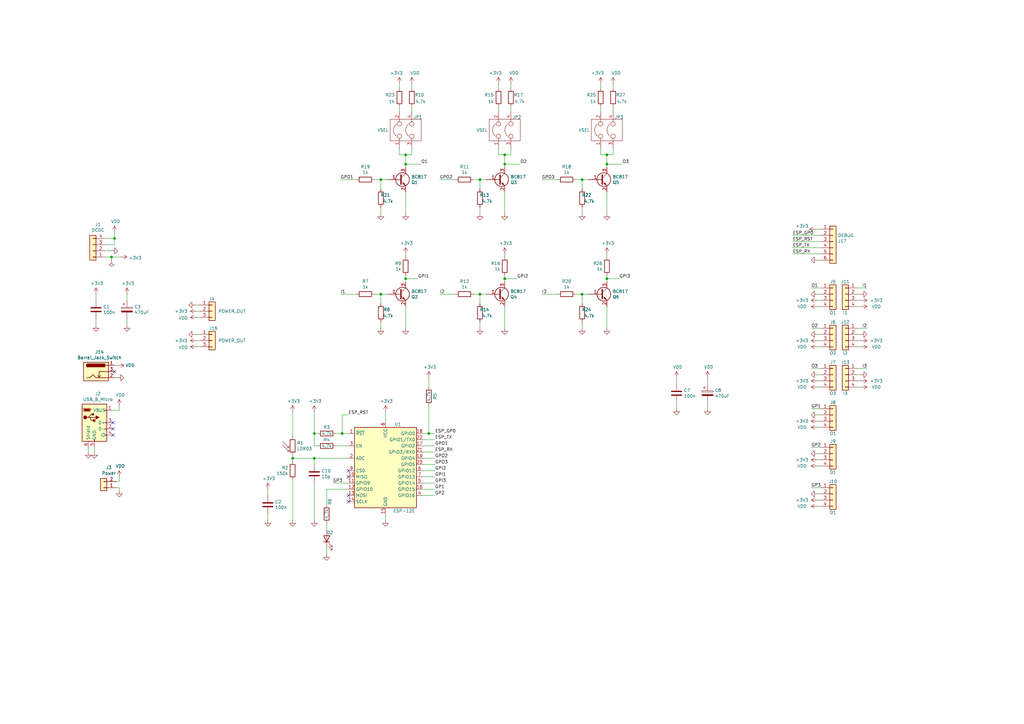
<source format=kicad_sch>
(kicad_sch (version 20200512) (host eeschema "(5.99.0-1804-g711fc999f)")
  (page 1 1)
  (paper "A3")
  (lib_symbols
    (symbol "Connector:Barrel_Jack_Switch" (pin_names (offset 0.508) hide)
      (property "Reference" "J" (at 0 5.334 0))
      (property "Value" "Barrel_Jack_Switch" (at 0 -5.08 0))
      (symbol "Barrel_Jack_Switch_1_1"
        (pin passive line (at 7.62 2.54 180) (length 2.54) (name "~") (number "1"))
        (pin passive line (at 7.62 -2.54 180) (length 2.54) (name "~") (number "2"))
        (pin passive line (at 7.62 0 180) (length 2.54) (name "~") (number "3"))
      )
    )
    (symbol "Connector:USB_B_Micro"
      (property "Reference" "J" (at -5.08 11.43 0))
      (property "Value" "USB_B_Micro" (at -5.08 8.89 0))
      (symbol "USB_B_Micro_1_1"
        (pin power_out line (at 7.62 5.08 180) (length 2.54) (name "VBUS") (number "1"))
        (pin passive line (at 7.62 -2.54 180) (length 2.54) (name "D-") (number "2"))
        (pin passive line (at 7.62 0 180) (length 2.54) (name "D+") (number "3"))
        (pin passive line (at 7.62 -5.08 180) (length 2.54) (name "ID") (number "4"))
        (pin power_out line (at 0 -10.16 90) (length 2.54) (name "GND") (number "5"))
        (pin passive line (at -2.54 -10.16 90) (length 2.54) (name "Shield") (number "6"))
      )
    )
    (symbol "Connector_Generic:Conn_01x02" (pin_names hide)
      (property "Reference" "J" (at 0 2.54 0))
      (property "Value" "Conn_01x02" (at 0 -5.08 0))
      (symbol "Conn_01x02_1_1"
        (pin passive line (at -5.08 0 0) (length 3.81) (name "Pin_1") (number "1"))
        (pin passive line (at -5.08 -2.54 0) (length 3.81) (name "Pin_2") (number "2"))
      )
    )
    (symbol "Connector_Generic:Conn_01x03" (pin_names hide)
      (property "Reference" "J" (at 0 5.08 0))
      (property "Value" "Conn_01x03" (at 0 -5.08 0))
      (symbol "Conn_01x03_1_1"
        (pin passive line (at -5.08 2.54 0) (length 3.81) (name "Pin_1") (number "1"))
        (pin passive line (at -5.08 0 0) (length 3.81) (name "Pin_2") (number "2"))
        (pin passive line (at -5.08 -2.54 0) (length 3.81) (name "Pin_3") (number "3"))
      )
    )
    (symbol "Connector_Generic:Conn_01x04" (pin_names hide)
      (property "Reference" "J" (at 0 5.08 0))
      (property "Value" "Conn_01x04" (at 0 -7.62 0))
      (symbol "Conn_01x04_1_1"
        (pin passive line (at -5.08 2.54 0) (length 3.81) (name "Pin_1") (number "1"))
        (pin passive line (at -5.08 0 0) (length 3.81) (name "Pin_2") (number "2"))
        (pin passive line (at -5.08 -2.54 0) (length 3.81) (name "Pin_3") (number "3"))
        (pin passive line (at -5.08 -5.08 0) (length 3.81) (name "Pin_4") (number "4"))
      )
    )
    (symbol "Connector_Generic:Conn_01x06" (pin_names hide)
      (property "Reference" "J" (at 0 7.62 0))
      (property "Value" "Conn_01x06" (at 0 -10.16 0))
      (symbol "Conn_01x06_1_1"
        (pin passive line (at -5.08 5.08 0) (length 3.81) (name "Pin_1") (number "1"))
        (pin passive line (at -5.08 2.54 0) (length 3.81) (name "Pin_2") (number "2"))
        (pin passive line (at -5.08 0 0) (length 3.81) (name "Pin_3") (number "3"))
        (pin passive line (at -5.08 -2.54 0) (length 3.81) (name "Pin_4") (number "4"))
        (pin passive line (at -5.08 -5.08 0) (length 3.81) (name "Pin_5") (number "5"))
        (pin passive line (at -5.08 -7.62 0) (length 3.81) (name "Pin_6") (number "6"))
      )
    )
    (symbol "Device:C" (pin_numbers hide) (pin_names (offset 0.254))
      (property "Reference" "C" (at 0.635 2.54 0))
      (property "Value" "C" (at 0.635 -2.54 0))
      (symbol "C_1_1"
        (pin passive line (at 0 3.81 270) (length 2.794) (name "~") (number "1"))
        (pin passive line (at 0 -3.81 90) (length 2.794) (name "~") (number "2"))
      )
    )
    (symbol "Device:CP" (pin_numbers hide) (pin_names (offset 0.254))
      (property "Reference" "C" (at 0.635 2.54 0))
      (property "Value" "CP" (at 0.635 -2.54 0))
      (symbol "CP_1_1"
        (pin passive line (at 0 3.81 270) (length 2.794) (name "~") (number "1"))
        (pin passive line (at 0 -3.81 90) (length 2.794) (name "~") (number "2"))
      )
    )
    (symbol "Device:LED" (pin_numbers hide) (pin_names hide)
      (property "Reference" "D" (at 0 2.54 0))
      (property "Value" "LED" (at 0 -2.54 0))
      (symbol "LED_1_1"
        (pin passive line (at -3.81 0 0) (length 2.54) (name "K") (number "1"))
        (pin passive line (at 3.81 0 180) (length 2.54) (name "A") (number "2"))
      )
    )
    (symbol "Device:R" (pin_numbers hide) (pin_names (offset 0))
      (property "Reference" "R" (at 2.032 0 90))
      (property "Value" "R" (at 0 0 90))
      (symbol "R_1_1"
        (pin passive line (at 0 3.81 270) (length 1.27) (name "~") (number "1"))
        (pin passive line (at 0 -3.81 90) (length 1.27) (name "~") (number "2"))
      )
    )
    (symbol "RF_Module:ESP-12E" (pin_names (offset 0.508))
      (property "Reference" "U" (at -12.7 19.05 0))
      (property "Value" "ESP-12E" (at 12.7 19.05 0))
      (symbol "ESP-12E_1_1"
        (pin input line (at -15.24 15.24 0) (length 2.54) (name "~RST") (number "1"))
        (pin bidirectional line (at -15.24 -2.54 0) (length 2.54) (name "MISO") (number "10"))
        (pin bidirectional line (at -15.24 -5.08 0) (length 2.54) (name "GPIO9") (number "11"))
        (pin bidirectional line (at -15.24 -7.62 0) (length 2.54) (name "GPIO10") (number "12"))
        (pin bidirectional line (at -15.24 -10.16 0) (length 2.54) (name "MOSI") (number "13"))
        (pin bidirectional line (at -15.24 -12.7 0) (length 2.54) (name "SCLK") (number "14"))
        (pin power_in line (at 0 -17.78 90) (length 2.54) (name "GND") (number "15"))
        (pin bidirectional line (at 15.24 -7.62 180) (length 2.54) (name "GPIO15") (number "16"))
        (pin bidirectional line (at 15.24 10.16 180) (length 2.54) (name "GPIO2") (number "17"))
        (pin bidirectional line (at 15.24 15.24 180) (length 2.54) (name "GPIO0") (number "18"))
        (pin bidirectional line (at 15.24 5.08 180) (length 2.54) (name "GPIO4") (number "19"))
        (pin input line (at -15.24 5.08 0) (length 2.54) (name "ADC") (number "2"))
        (pin bidirectional line (at 15.24 2.54 180) (length 2.54) (name "GPIO5") (number "20"))
        (pin bidirectional line (at 15.24 7.62 180) (length 2.54) (name "GPIO3/RXD") (number "21"))
        (pin bidirectional line (at 15.24 12.7 180) (length 2.54) (name "GPIO1/TXD") (number "22"))
        (pin input line (at -15.24 10.16 0) (length 2.54) (name "EN") (number "3"))
        (pin bidirectional line (at 15.24 -10.16 180) (length 2.54) (name "GPIO16") (number "4"))
        (pin bidirectional line (at 15.24 -5.08 180) (length 2.54) (name "GPIO14") (number "5"))
        (pin bidirectional line (at 15.24 0 180) (length 2.54) (name "GPIO12") (number "6"))
        (pin bidirectional line (at 15.24 -2.54 180) (length 2.54) (name "GPIO13") (number "7"))
        (pin power_in line (at 0 20.32 270) (length 2.54) (name "VCC") (number "8"))
        (pin input line (at -15.24 0 0) (length 2.54) (name "CS0") (number "9"))
      )
    )
    (symbol "Sensor_Optical:LDR03" (pin_numbers hide) (pin_names (offset 0))
      (property "Reference" "R" (at -5.08 0 90))
      (property "Value" "LDR03" (at 1.905 0 90))
      (symbol "LDR03_1_1"
        (pin passive line (at 0 3.81 270) (length 1.27) (name "~") (number "1"))
        (pin passive line (at 0 -3.81 90) (length 1.27) (name "~") (number "2"))
      )
    )
    (symbol "Transistor_BJT:BC817" (pin_names (offset 0) hide)
      (property "Reference" "Q" (at 5.08 1.905 0))
      (property "Value" "BC817" (at 5.08 0 0))
      (symbol "BC817_1_1"
        (pin input line (at -5.08 0 0) (length 5.715) (name "B") (number "1"))
        (pin passive line (at 2.54 -5.08 90) (length 2.54) (name "E") (number "2"))
        (pin passive line (at 2.54 5.08 270) (length 2.54) (name "C") (number "3"))
      )
    )
    (symbol "jumpers:Jumper_Dual" (pin_names (offset 0.762) hide)
      (property "Reference" "JP" (at 0 7.62 0))
      (property "Value" "Jumper_Dual" (at 0 -7.62 0))
      (symbol "Jumper_Dual_0_1"
        (pin passive line (at -7.62 2.54 0) (length 4.191) (name "1") (number "1"))
        (pin passive line (at 7.62 2.54 180) (length 4.191) (name "2") (number "2"))
        (pin passive line (at -7.62 -2.54 0) (length 4.191) (name "3") (number "3"))
        (pin passive line (at 7.62 -2.54 180) (length 4.191) (name "4") (number "4"))
      )
    )
    (symbol "power:+3.3V" (power) (pin_names (offset 0))
      (property "Value" "+3.3V" (at 0 3.556 0))
      (symbol "+3.3V_1_1"
        (pin power_in line (at 0 0 90) (length 0) (name "+3V3") (number "1") hide)
      )
    )
    (symbol "power:GND" (power) (pin_names (offset 0))
      (property "Value" "GND" (at 0 -3.81 0))
      (symbol "GND_1_1"
        (pin power_in line (at 0 0 270) (length 0) (name "GND") (number "1") hide)
      )
    )
    (symbol "power:PWR_FLAG" (power) (pin_numbers hide) (pin_names (offset 0) hide)
      (property "Value" "PWR_FLAG" (at 0 3.81 0))
      (symbol "PWR_FLAG_0_0"
        (pin power_out line (at 0 0 90) (length 0) (name "pwr") (number "1"))
      )
    )
    (symbol "power:VDD" (power) (pin_names (offset 0))
      (property "Value" "VDD" (at 0 3.81 0))
      (symbol "VDD_1_1"
        (pin power_in line (at 0 0 90) (length 0) (name "VDD") (number "1") hide)
      )
    )
  )
  (junction (at 45.72 105.41))
  (junction (at 46.99 97.79))
  (junction (at 120.015 187.96))
  (junction (at 128.905 177.8))
  (junction (at 128.905 187.96))
  (junction (at 140.335 177.8))
  (junction (at 156.21 73.66))
  (junction (at 156.21 120.65))
  (junction (at 166.37 63.5))
  (junction (at 166.37 67.31))
  (junction (at 166.37 114.3))
  (junction (at 175.895 177.8))
  (junction (at 196.85 73.66))
  (junction (at 196.85 120.65))
  (junction (at 207.01 63.5))
  (junction (at 207.01 67.31))
  (junction (at 207.01 114.3))
  (junction (at 238.76 73.66))
  (junction (at 238.76 120.65))
  (junction (at 248.92 63.5))
  (junction (at 248.92 67.31))
  (junction (at 248.92 114.3))
  (no_connect (at 142.875 203.2))
  (no_connect (at 142.875 195.58))
  (no_connect (at 46.355 173.355))
  (no_connect (at 142.875 193.04))
  (no_connect (at 46.355 175.895))
  (no_connect (at 142.875 205.74))
  (no_connect (at 46.99 152.4))
  (no_connect (at 46.355 178.435))
  (wire (pts (xy 36.195 185.42) (xy 36.195 183.515)))
  (wire (pts (xy 38.735 185.42) (xy 38.735 183.515)))
  (wire (pts (xy 39.37 123.19) (xy 39.37 120.65)))
  (wire (pts (xy 39.37 133.35) (xy 39.37 130.81)))
  (wire (pts (xy 43.18 97.79) (xy 46.99 97.79)))
  (wire (pts (xy 45.72 102.87) (xy 43.18 102.87)))
  (wire (pts (xy 45.72 105.41) (xy 43.18 105.41)))
  (wire (pts (xy 45.72 106.68) (xy 45.72 105.41)))
  (wire (pts (xy 46.99 95.25) (xy 46.99 97.79)))
  (wire (pts (xy 46.99 97.79) (xy 46.99 100.33)))
  (wire (pts (xy 46.99 100.33) (xy 43.18 100.33)))
  (wire (pts (xy 46.99 149.86) (xy 48.26 149.86)))
  (wire (pts (xy 46.99 154.94) (xy 48.26 154.94)))
  (wire (pts (xy 48.895 166.37) (xy 48.895 168.275)))
  (wire (pts (xy 48.895 168.275) (xy 46.355 168.275)))
  (wire (pts (xy 48.895 195.58) (xy 48.895 197.485)))
  (wire (pts (xy 48.895 197.485) (xy 47.625 197.485)))
  (wire (pts (xy 48.895 200.025) (xy 47.625 200.025)))
  (wire (pts (xy 48.895 201.295) (xy 48.895 200.025)))
  (wire (pts (xy 49.53 105.41) (xy 45.72 105.41)))
  (wire (pts (xy 52.07 120.65) (xy 52.07 123.19)))
  (wire (pts (xy 52.07 133.35) (xy 52.07 130.81)))
  (wire (pts (xy 80.01 125.095) (xy 81.915 125.095)))
  (wire (pts (xy 80.01 137.16) (xy 81.915 137.16)))
  (wire (pts (xy 80.645 127.635) (xy 81.915 127.635)))
  (wire (pts (xy 80.645 139.7) (xy 81.915 139.7)))
  (wire (pts (xy 81.915 130.175) (xy 80.645 130.175)))
  (wire (pts (xy 81.915 142.24) (xy 80.645 142.24)))
  (wire (pts (xy 109.855 203.2) (xy 109.855 200.66)))
  (wire (pts (xy 109.855 213.36) (xy 109.855 210.82)))
  (wire (pts (xy 120.015 168.91) (xy 120.015 179.07)))
  (wire (pts (xy 120.015 187.96) (xy 120.015 186.69)))
  (wire (pts (xy 120.015 189.23) (xy 120.015 187.96)))
  (wire (pts (xy 120.015 213.36) (xy 120.015 196.85)))
  (wire (pts (xy 128.905 177.8) (xy 128.905 168.91)))
  (wire (pts (xy 128.905 182.88) (xy 128.905 177.8)))
  (wire (pts (xy 128.905 187.96) (xy 120.015 187.96)))
  (wire (pts (xy 128.905 190.5) (xy 128.905 187.96)))
  (wire (pts (xy 128.905 213.36) (xy 128.905 198.12)))
  (wire (pts (xy 130.175 177.8) (xy 128.905 177.8)))
  (wire (pts (xy 130.175 182.88) (xy 128.905 182.88)))
  (wire (pts (xy 133.985 200.66) (xy 142.875 200.66)))
  (wire (pts (xy 133.985 207.01) (xy 133.985 200.66)))
  (wire (pts (xy 133.985 217.17) (xy 133.985 214.63)))
  (wire (pts (xy 133.985 227.33) (xy 133.985 224.79)))
  (wire (pts (xy 137.795 177.8) (xy 140.335 177.8)))
  (wire (pts (xy 137.795 182.88) (xy 142.875 182.88)))
  (wire (pts (xy 140.335 170.18) (xy 140.335 177.8)))
  (wire (pts (xy 140.335 177.8) (xy 142.875 177.8)))
  (wire (pts (xy 142.875 170.18) (xy 140.335 170.18)))
  (wire (pts (xy 142.875 187.96) (xy 128.905 187.96)))
  (wire (pts (xy 142.875 198.12) (xy 136.525 198.12)))
  (wire (pts (xy 146.05 73.66) (xy 139.7 73.66)))
  (wire (pts (xy 146.05 120.65) (xy 139.7 120.65)))
  (wire (pts (xy 153.67 73.66) (xy 156.21 73.66)))
  (wire (pts (xy 153.67 120.65) (xy 156.21 120.65)))
  (wire (pts (xy 156.21 73.66) (xy 158.75 73.66)))
  (wire (pts (xy 156.21 77.47) (xy 156.21 73.66)))
  (wire (pts (xy 156.21 87.63) (xy 156.21 85.09)))
  (wire (pts (xy 156.21 120.65) (xy 158.75 120.65)))
  (wire (pts (xy 156.21 124.46) (xy 156.21 120.65)))
  (wire (pts (xy 156.21 134.62) (xy 156.21 132.08)))
  (wire (pts (xy 158.115 168.91) (xy 158.115 172.72)))
  (wire (pts (xy 158.115 213.36) (xy 158.115 210.82)))
  (wire (pts (xy 163.83 34.29) (xy 163.83 36.195)))
  (wire (pts (xy 163.83 43.815) (xy 163.83 45.72)))
  (wire (pts (xy 163.83 60.96) (xy 163.83 63.5)))
  (wire (pts (xy 163.83 63.5) (xy 166.37 63.5)))
  (wire (pts (xy 166.37 63.5) (xy 166.37 67.31)))
  (wire (pts (xy 166.37 63.5) (xy 168.91 63.5)))
  (wire (pts (xy 166.37 67.31) (xy 166.37 68.58)))
  (wire (pts (xy 166.37 67.31) (xy 172.72 67.31)))
  (wire (pts (xy 166.37 87.63) (xy 166.37 78.74)))
  (wire (pts (xy 166.37 104.14) (xy 166.37 105.41)))
  (wire (pts (xy 166.37 114.3) (xy 166.37 113.03)))
  (wire (pts (xy 166.37 114.3) (xy 171.45 114.3)))
  (wire (pts (xy 166.37 115.57) (xy 166.37 114.3)))
  (wire (pts (xy 166.37 134.62) (xy 166.37 125.73)))
  (wire (pts (xy 168.91 34.29) (xy 168.91 36.195)))
  (wire (pts (xy 168.91 43.815) (xy 168.91 45.72)))
  (wire (pts (xy 168.91 63.5) (xy 168.91 60.96)))
  (wire (pts (xy 173.355 177.8) (xy 175.895 177.8)))
  (wire (pts (xy 173.355 182.88) (xy 178.435 182.88)))
  (wire (pts (xy 173.355 187.96) (xy 178.435 187.96)))
  (wire (pts (xy 173.355 190.5) (xy 178.435 190.5)))
  (wire (pts (xy 173.355 193.04) (xy 178.435 193.04)))
  (wire (pts (xy 173.355 195.58) (xy 178.435 195.58)))
  (wire (pts (xy 173.355 198.12) (xy 178.435 198.12)))
  (wire (pts (xy 173.355 200.66) (xy 178.435 200.66)))
  (wire (pts (xy 173.355 203.2) (xy 178.435 203.2)))
  (wire (pts (xy 175.895 154.94) (xy 175.895 158.75)))
  (wire (pts (xy 175.895 166.37) (xy 175.895 177.8)))
  (wire (pts (xy 175.895 177.8) (xy 178.435 177.8)))
  (wire (pts (xy 178.435 180.34) (xy 173.355 180.34)))
  (wire (pts (xy 178.435 185.42) (xy 173.355 185.42)))
  (wire (pts (xy 186.69 73.66) (xy 180.34 73.66)))
  (wire (pts (xy 186.69 120.65) (xy 180.34 120.65)))
  (wire (pts (xy 194.31 73.66) (xy 196.85 73.66)))
  (wire (pts (xy 194.31 120.65) (xy 196.85 120.65)))
  (wire (pts (xy 196.85 73.66) (xy 199.39 73.66)))
  (wire (pts (xy 196.85 77.47) (xy 196.85 73.66)))
  (wire (pts (xy 196.85 87.63) (xy 196.85 85.09)))
  (wire (pts (xy 196.85 120.65) (xy 199.39 120.65)))
  (wire (pts (xy 196.85 124.46) (xy 196.85 120.65)))
  (wire (pts (xy 196.85 134.62) (xy 196.85 132.08)))
  (wire (pts (xy 204.47 34.29) (xy 204.47 36.195)))
  (wire (pts (xy 204.47 43.815) (xy 204.47 45.72)))
  (wire (pts (xy 204.47 60.96) (xy 204.47 63.5)))
  (wire (pts (xy 204.47 63.5) (xy 207.01 63.5)))
  (wire (pts (xy 207.01 63.5) (xy 207.01 67.31)))
  (wire (pts (xy 207.01 63.5) (xy 209.55 63.5)))
  (wire (pts (xy 207.01 67.31) (xy 207.01 68.58)))
  (wire (pts (xy 207.01 67.31) (xy 213.36 67.31)))
  (wire (pts (xy 207.01 87.63) (xy 207.01 78.74)))
  (wire (pts (xy 207.01 104.14) (xy 207.01 105.41)))
  (wire (pts (xy 207.01 114.3) (xy 207.01 113.03)))
  (wire (pts (xy 207.01 114.3) (xy 212.09 114.3)))
  (wire (pts (xy 207.01 115.57) (xy 207.01 114.3)))
  (wire (pts (xy 207.01 134.62) (xy 207.01 125.73)))
  (wire (pts (xy 209.55 34.29) (xy 209.55 36.195)))
  (wire (pts (xy 209.55 43.815) (xy 209.55 45.72)))
  (wire (pts (xy 209.55 63.5) (xy 209.55 60.96)))
  (wire (pts (xy 228.6 73.66) (xy 222.25 73.66)))
  (wire (pts (xy 228.6 120.65) (xy 222.25 120.65)))
  (wire (pts (xy 236.22 73.66) (xy 238.76 73.66)))
  (wire (pts (xy 236.22 120.65) (xy 238.76 120.65)))
  (wire (pts (xy 238.76 73.66) (xy 241.3 73.66)))
  (wire (pts (xy 238.76 77.47) (xy 238.76 73.66)))
  (wire (pts (xy 238.76 87.63) (xy 238.76 85.09)))
  (wire (pts (xy 238.76 120.65) (xy 241.3 120.65)))
  (wire (pts (xy 238.76 124.46) (xy 238.76 120.65)))
  (wire (pts (xy 238.76 134.62) (xy 238.76 132.08)))
  (wire (pts (xy 246.38 34.29) (xy 246.38 36.195)))
  (wire (pts (xy 246.38 43.815) (xy 246.38 45.72)))
  (wire (pts (xy 246.38 60.96) (xy 246.38 63.5)))
  (wire (pts (xy 246.38 63.5) (xy 248.92 63.5)))
  (wire (pts (xy 248.92 63.5) (xy 248.92 67.31)))
  (wire (pts (xy 248.92 63.5) (xy 251.46 63.5)))
  (wire (pts (xy 248.92 67.31) (xy 248.92 68.58)))
  (wire (pts (xy 248.92 67.31) (xy 255.27 67.31)))
  (wire (pts (xy 248.92 87.63) (xy 248.92 78.74)))
  (wire (pts (xy 248.92 104.14) (xy 248.92 105.41)))
  (wire (pts (xy 248.92 114.3) (xy 248.92 113.03)))
  (wire (pts (xy 248.92 114.3) (xy 254 114.3)))
  (wire (pts (xy 248.92 115.57) (xy 248.92 114.3)))
  (wire (pts (xy 248.92 134.62) (xy 248.92 125.73)))
  (wire (pts (xy 251.46 34.29) (xy 251.46 36.195)))
  (wire (pts (xy 251.46 43.815) (xy 251.46 45.72)))
  (wire (pts (xy 251.46 63.5) (xy 251.46 60.96)))
  (wire (pts (xy 277.495 157.48) (xy 277.495 154.94)))
  (wire (pts (xy 277.495 167.64) (xy 277.495 165.1)))
  (wire (pts (xy 290.195 154.94) (xy 290.195 157.48)))
  (wire (pts (xy 290.195 167.64) (xy 290.195 165.1)))
  (wire (pts (xy 325.12 96.52) (xy 336.55 96.52)))
  (wire (pts (xy 325.12 99.06) (xy 336.55 99.06)))
  (wire (pts (xy 332.74 118.11) (xy 336.55 118.11)))
  (wire (pts (xy 332.74 134.62) (xy 336.55 134.62)))
  (wire (pts (xy 332.74 151.13) (xy 336.55 151.13)))
  (wire (pts (xy 332.74 167.64) (xy 336.55 167.64)))
  (wire (pts (xy 332.74 183.515) (xy 336.55 183.515)))
  (wire (pts (xy 332.74 200.025) (xy 336.55 200.025)))
  (wire (pts (xy 334.645 93.98) (xy 336.55 93.98)))
  (wire (pts (xy 335.28 106.68) (xy 336.55 106.68)))
  (wire (pts (xy 335.28 120.65) (xy 336.55 120.65)))
  (wire (pts (xy 335.28 123.19) (xy 336.55 123.19)))
  (wire (pts (xy 335.28 125.73) (xy 336.55 125.73)))
  (wire (pts (xy 335.28 137.16) (xy 336.55 137.16)))
  (wire (pts (xy 335.28 139.7) (xy 336.55 139.7)))
  (wire (pts (xy 335.28 142.24) (xy 336.55 142.24)))
  (wire (pts (xy 335.28 153.67) (xy 336.55 153.67)))
  (wire (pts (xy 335.28 156.21) (xy 336.55 156.21)))
  (wire (pts (xy 335.28 158.75) (xy 336.55 158.75)))
  (wire (pts (xy 335.28 170.18) (xy 336.55 170.18)))
  (wire (pts (xy 335.28 175.26) (xy 336.55 175.26)))
  (wire (pts (xy 335.28 186.055) (xy 336.55 186.055)))
  (wire (pts (xy 335.28 191.135) (xy 336.55 191.135)))
  (wire (pts (xy 335.28 202.565) (xy 336.55 202.565)))
  (wire (pts (xy 335.28 207.645) (xy 336.55 207.645)))
  (wire (pts (xy 336.55 101.6) (xy 325.12 101.6)))
  (wire (pts (xy 336.55 104.14) (xy 325.12 104.14)))
  (wire (pts (xy 336.55 172.72) (xy 335.28 172.72)))
  (wire (pts (xy 336.55 188.595) (xy 335.28 188.595)))
  (wire (pts (xy 336.55 205.105) (xy 335.28 205.105)))
  (wire (pts (xy 353.06 120.65) (xy 351.79 120.65)))
  (wire (pts (xy 353.06 123.19) (xy 351.79 123.19)))
  (wire (pts (xy 353.06 125.73) (xy 351.79 125.73)))
  (wire (pts (xy 353.06 137.16) (xy 351.79 137.16)))
  (wire (pts (xy 353.06 139.7) (xy 351.79 139.7)))
  (wire (pts (xy 353.06 142.24) (xy 351.79 142.24)))
  (wire (pts (xy 353.06 153.67) (xy 351.79 153.67)))
  (wire (pts (xy 353.06 156.21) (xy 351.79 156.21)))
  (wire (pts (xy 353.06 158.75) (xy 351.79 158.75)))
  (wire (pts (xy 355.6 118.11) (xy 351.79 118.11)))
  (wire (pts (xy 355.6 134.62) (xy 351.79 134.62)))
  (wire (pts (xy 355.6 151.13) (xy 351.79 151.13)))
  (label "GP3" (at 136.525 198.12 0))
  (label "GPO1" (at 139.7 73.66 0))
  (label "I1" (at 139.7 120.65 0))
  (label "ESP_RST" (at 142.875 170.18 0))
  (label "GPI1" (at 171.45 114.3 0))
  (label "O1" (at 172.72 67.31 0))
  (label "ESP_GP0" (at 178.435 177.8 0))
  (label "ESP_TX" (at 178.435 180.34 0))
  (label "GPO1" (at 178.435 182.88 0))
  (label "ESP_RX" (at 178.435 185.42 0))
  (label "GPO2" (at 178.435 187.96 0))
  (label "GPO3" (at 178.435 190.5 0))
  (label "GPI2" (at 178.435 193.04 0))
  (label "GPI1" (at 178.435 195.58 0))
  (label "GPI3" (at 178.435 198.12 0))
  (label "GP1" (at 178.435 200.66 0))
  (label "GP2" (at 178.435 203.2 0))
  (label "GPO2" (at 180.34 73.66 0))
  (label "I2" (at 180.34 120.65 0))
  (label "GPI2" (at 212.09 114.3 0))
  (label "O2" (at 213.36 67.31 0))
  (label "GPO3" (at 222.25 73.66 0))
  (label "I3" (at 222.25 120.65 0))
  (label "GPI3" (at 254 114.3 0))
  (label "O3" (at 255.27 67.31 0))
  (label "ESP_GP0" (at 325.12 96.52 0))
  (label "ESP_RST" (at 325.12 99.06 0))
  (label "ESP_TX" (at 325.12 101.6 0))
  (label "ESP_RX" (at 325.12 104.14 0))
  (label "O1" (at 332.74 118.11 0))
  (label "O2" (at 332.74 134.62 0))
  (label "O3" (at 332.74 151.13 0))
  (label "GP1" (at 332.74 167.64 0))
  (label "GP2" (at 332.74 183.515 0))
  (label "GP3" (at 332.74 200.025 0))
  (label "I1" (at 355.6 118.11 180))
  (label "I2" (at 355.6 134.62 180))
  (label "I3" (at 355.6 151.13 180))
  (symbol (lib_id "power:PWR_FLAG") (at 45.72 106.68 180) (unit 1)
    (property "Reference" "#FLG01" (effects hide))
    (property "Value" "PWR_FLAG" (effects hide))
  )
  (symbol (lib_id "power:+3.3V") (at 39.37 120.65 0) (unit 1)
    (property "Reference" "#PWR01" (effects hide))
    (property "Value" "+3.3V" (at 39.751 116.2558 0))
  )
  (symbol (lib_id "power:VDD") (at 46.99 95.25 0) (unit 1)
    (property "Reference" "#PWR0112" (effects hide))
    (property "Value" "VDD" (at 47.4218 90.8558 0))
  )
  (symbol (lib_id "power:VDD") (at 48.26 149.86 270) (unit 1)
    (property "Reference" "#PWR04" (effects hide))
    (property "Value" "VDD" (at 53.34 149.86 90))
  )
  (symbol (lib_id "power:VDD") (at 48.895 166.37 0) (unit 1)
    (property "Reference" "#PWR0153" (effects hide))
    (property "Value" "VDD" (at 49.3268 161.9758 0))
  )
  (symbol (lib_id "power:VDD") (at 48.895 195.58 0) (unit 1)
    (property "Reference" "#PWR0155" (effects hide))
    (property "Value" "VDD" (at 49.3268 191.1858 0))
  )
  (symbol (lib_id "power:+3.3V") (at 49.53 105.41 270) (unit 1)
    (property "Reference" "#PWR05" (effects hide))
    (property "Value" "+3.3V" (at 52.7812 105.791 90) (effects (justify left)))
  )
  (symbol (lib_id "power:+3.3V") (at 52.07 120.65 0) (unit 1)
    (property "Reference" "#PWR08" (effects hide))
    (property "Value" "+3.3V" (at 52.451 116.2558 0))
  )
  (symbol (lib_id "power:+3.3V") (at 80.645 127.635 90) (unit 1)
    (property "Reference" "#PWR0156" (effects hide))
    (property "Value" "+3.3V" (at 74.295 127.635 90))
  )
  (symbol (lib_id "power:VDD") (at 80.645 130.175 90) (unit 1)
    (property "Reference" "#PWR0159" (effects hide))
    (property "Value" "VDD" (at 75.184 130.429 90))
  )
  (symbol (lib_id "power:+3.3V") (at 80.645 139.7 90) (unit 1)
    (property "Reference" "#PWR0161" (effects hide))
    (property "Value" "+3.3V" (at 74.295 139.7 90))
  )
  (symbol (lib_id "power:VDD") (at 80.645 142.24 90) (unit 1)
    (property "Reference" "#PWR0164" (effects hide))
    (property "Value" "VDD" (at 75.184 142.494 90))
  )
  (symbol (lib_id "power:+3.3V") (at 109.855 200.66 0) (unit 1)
    (property "Reference" "#PWR06" (effects hide))
    (property "Value" "+3.3V" (at 110.236 196.2658 0))
  )
  (symbol (lib_id "power:+3.3V") (at 120.015 168.91 0) (unit 1)
    (property "Reference" "#PWR010" (effects hide))
    (property "Value" "+3.3V" (at 120.396 164.5158 0))
  )
  (symbol (lib_id "power:+3.3V") (at 128.905 168.91 0) (unit 1)
    (property "Reference" "#PWR013" (effects hide))
    (property "Value" "+3.3V" (at 129.286 164.5158 0))
  )
  (symbol (lib_id "power:+3.3V") (at 158.115 168.91 0) (unit 1)
    (property "Reference" "#PWR015" (effects hide))
    (property "Value" "+3.3V" (at 158.496 164.5158 0))
  )
  (symbol (lib_id "power:+3.3V") (at 163.83 34.29 0) (unit 1)
    (property "Reference" "#PWR0102" (effects hide))
    (property "Value" "+3.3V" (at 162.56 29.9466 0))
  )
  (symbol (lib_id "power:+3.3V") (at 166.37 104.14 0) (unit 1)
    (property "Reference" "#PWR0105" (effects hide))
    (property "Value" "+3.3V" (at 166.751 99.7458 0))
  )
  (symbol (lib_id "power:VDD") (at 168.91 34.29 0) (unit 1)
    (property "Reference" "#PWR0114" (effects hide))
    (property "Value" "VDD" (at 170.18 29.9466 0))
  )
  (symbol (lib_id "power:+3.3V") (at 175.895 154.94 0) (unit 1)
    (property "Reference" "#PWR0117" (effects hide))
    (property "Value" "+3.3V" (at 176.276 150.5458 0))
  )
  (symbol (lib_id "power:+3.3V") (at 204.47 34.29 0) (unit 1)
    (property "Reference" "#PWR0119" (effects hide))
    (property "Value" "+3.3V" (at 203.2 29.9466 0))
  )
  (symbol (lib_id "power:+3.3V") (at 207.01 104.14 0) (unit 1)
    (property "Reference" "#PWR0122" (effects hide))
    (property "Value" "+3.3V" (at 207.391 99.7458 0))
  )
  (symbol (lib_id "power:VDD") (at 209.55 34.29 0) (unit 1)
    (property "Reference" "#PWR0120" (effects hide))
    (property "Value" "VDD" (at 210.82 29.9466 0))
  )
  (symbol (lib_id "power:+3.3V") (at 246.38 34.29 0) (unit 1)
    (property "Reference" "#PWR0101" (effects hide))
    (property "Value" "+3.3V" (at 245.11 29.9466 0))
  )
  (symbol (lib_id "power:+3.3V") (at 248.92 104.14 0) (unit 1)
    (property "Reference" "#PWR0127" (effects hide))
    (property "Value" "+3.3V" (at 249.301 99.7458 0))
  )
  (symbol (lib_id "power:VDD") (at 251.46 34.29 0) (unit 1)
    (property "Reference" "#PWR0115" (effects hide))
    (property "Value" "VDD" (at 252.73 29.9466 0))
  )
  (symbol (lib_id "power:VDD") (at 277.495 154.94 0) (unit 1)
    (property "Reference" "#PWR0110" (effects hide))
    (property "Value" "VDD" (at 277.9268 150.5458 0))
  )
  (symbol (lib_id "power:VDD") (at 290.195 154.94 0) (unit 1)
    (property "Reference" "#PWR0111" (effects hide))
    (property "Value" "VDD" (at 290.6268 150.5458 0))
  )
  (symbol (lib_id "power:+3.3V") (at 334.645 93.98 90) (unit 1)
    (property "Reference" "#PWR0150" (effects hide))
    (property "Value" "+3.3V" (at 328.93 92.71 90))
  )
  (symbol (lib_id "power:+3.3V") (at 335.28 123.19 90) (unit 1)
    (property "Reference" "#PWR0137" (effects hide))
    (property "Value" "+3.3V" (at 328.93 123.19 90))
  )
  (symbol (lib_id "power:VDD") (at 335.28 125.73 90) (unit 1)
    (property "Reference" "#PWR0142" (effects hide))
    (property "Value" "VDD" (at 328.93 125.73 90))
  )
  (symbol (lib_id "power:+3.3V") (at 335.28 139.7 90) (unit 1)
    (property "Reference" "#PWR0136" (effects hide))
    (property "Value" "+3.3V" (at 328.93 139.7 90))
  )
  (symbol (lib_id "power:VDD") (at 335.28 142.24 90) (unit 1)
    (property "Reference" "#PWR0134" (effects hide))
    (property "Value" "VDD" (at 328.93 142.24 90))
  )
  (symbol (lib_id "power:+3.3V") (at 335.28 156.21 90) (unit 1)
    (property "Reference" "#PWR0107" (effects hide))
    (property "Value" "+3.3V" (at 328.93 156.21 90))
  )
  (symbol (lib_id "power:VDD") (at 335.28 158.75 90) (unit 1)
    (property "Reference" "#PWR0108" (effects hide))
    (property "Value" "VDD" (at 328.93 158.75 90))
  )
  (symbol (lib_id "power:+3.3V") (at 335.28 172.72 90) (unit 1)
    (property "Reference" "#PWR0143" (effects hide))
    (property "Value" "+3.3V" (at 328.93 172.72 90))
  )
  (symbol (lib_id "power:VDD") (at 335.28 175.26 90) (unit 1)
    (property "Reference" "#PWR0157" (effects hide))
    (property "Value" "VDD" (at 328.93 175.26 90))
  )
  (symbol (lib_id "power:+3.3V") (at 335.28 188.595 90) (unit 1)
    (property "Reference" "#PWR0145" (effects hide))
    (property "Value" "+3.3V" (at 328.93 188.595 90))
  )
  (symbol (lib_id "power:VDD") (at 335.28 191.135 90) (unit 1)
    (property "Reference" "#PWR0160" (effects hide))
    (property "Value" "VDD" (at 328.93 191.135 90))
  )
  (symbol (lib_id "power:+3.3V") (at 335.28 205.105 90) (unit 1)
    (property "Reference" "#PWR0147" (effects hide))
    (property "Value" "+3.3V" (at 328.93 205.105 90))
  )
  (symbol (lib_id "power:VDD") (at 335.28 207.645 90) (unit 1)
    (property "Reference" "#PWR0163" (effects hide))
    (property "Value" "VDD" (at 328.93 207.645 90))
  )
  (symbol (lib_id "power:+3.3V") (at 353.06 123.19 270) (mirror x) (unit 1)
    (property "Reference" "#PWR0140" (effects hide))
    (property "Value" "+3.3V" (at 359.41 123.19 90))
  )
  (symbol (lib_id "power:VDD") (at 353.06 125.73 270) (mirror x) (unit 1)
    (property "Reference" "#PWR0141" (effects hide))
    (property "Value" "VDD" (at 359.41 125.73 90))
  )
  (symbol (lib_id "power:+3.3V") (at 353.06 139.7 270) (mirror x) (unit 1)
    (property "Reference" "#PWR0135" (effects hide))
    (property "Value" "+3.3V" (at 359.41 139.7 90))
  )
  (symbol (lib_id "power:VDD") (at 353.06 142.24 270) (mirror x) (unit 1)
    (property "Reference" "#PWR0133" (effects hide))
    (property "Value" "VDD" (at 359.41 142.24 90))
  )
  (symbol (lib_id "power:+3.3V") (at 353.06 156.21 270) (mirror x) (unit 1)
    (property "Reference" "#PWR0130" (effects hide))
    (property "Value" "+3.3V" (at 359.41 156.21 90))
  )
  (symbol (lib_id "power:VDD") (at 353.06 158.75 270) (mirror x) (unit 1)
    (property "Reference" "#PWR0129" (effects hide))
    (property "Value" "VDD" (at 359.41 158.75 90))
  )
  (symbol (lib_id "power:GND") (at 36.195 185.42 0) (unit 1)
    (property "Reference" "#PWR0151" (effects hide))
    (property "Value" "GND" (effects hide))
  )
  (symbol (lib_id "power:GND") (at 38.735 185.42 0) (unit 1)
    (property "Reference" "#PWR0152" (effects hide))
    (property "Value" "GND" (effects hide))
  )
  (symbol (lib_id "power:GND") (at 39.37 133.35 0) (unit 1)
    (property "Reference" "#PWR02" (effects hide))
    (property "Value" "GND" (effects hide))
  )
  (symbol (lib_id "power:GND") (at 45.72 102.87 90) (unit 1)
    (property "Reference" "#PWR03" (effects hide))
    (property "Value" "GND" (effects hide))
  )
  (symbol (lib_id "power:GND") (at 48.26 154.94 90) (unit 1)
    (property "Reference" "#PWR012" (effects hide))
    (property "Value" "GND" (effects hide))
  )
  (symbol (lib_id "power:GND") (at 48.895 201.295 0) (unit 1)
    (property "Reference" "#PWR0154" (effects hide))
    (property "Value" "GND" (effects hide))
  )
  (symbol (lib_id "power:GND") (at 52.07 133.35 0) (unit 1)
    (property "Reference" "#PWR09" (effects hide))
    (property "Value" "GND" (effects hide))
  )
  (symbol (lib_id "power:GND") (at 80.01 125.095 270) (unit 1)
    (property "Reference" "#PWR0158" (effects hide))
    (property "Value" "GND" (effects hide))
  )
  (symbol (lib_id "power:GND") (at 80.01 137.16 270) (unit 1)
    (property "Reference" "#PWR0162" (effects hide))
    (property "Value" "GND" (effects hide))
  )
  (symbol (lib_id "power:GND") (at 109.855 213.36 0) (unit 1)
    (property "Reference" "#PWR07" (effects hide))
    (property "Value" "GND" (effects hide))
  )
  (symbol (lib_id "power:GND") (at 120.015 213.36 0) (unit 1)
    (property "Reference" "#PWR011" (effects hide))
    (property "Value" "GND" (effects hide))
  )
  (symbol (lib_id "power:GND") (at 128.905 213.36 0) (unit 1)
    (property "Reference" "#PWR0116" (effects hide))
    (property "Value" "GND" (effects hide))
  )
  (symbol (lib_id "power:GND") (at 133.985 227.33 0) (unit 1)
    (property "Reference" "#PWR014" (effects hide))
    (property "Value" "GND" (effects hide))
  )
  (symbol (lib_id "power:GND") (at 156.21 87.63 0) (unit 1)
    (property "Reference" "#PWR057" (effects hide))
    (property "Value" "GND" (effects hide))
  )
  (symbol (lib_id "power:GND") (at 156.21 134.62 0) (unit 1)
    (property "Reference" "#PWR0104" (effects hide))
    (property "Value" "GND" (effects hide))
  )
  (symbol (lib_id "power:GND") (at 158.115 213.36 0) (unit 1)
    (property "Reference" "#PWR016" (effects hide))
    (property "Value" "GND" (effects hide))
  )
  (symbol (lib_id "power:GND") (at 166.37 87.63 0) (unit 1)
    (property "Reference" "#PWR061" (effects hide))
    (property "Value" "GND" (effects hide))
  )
  (symbol (lib_id "power:GND") (at 166.37 134.62 0) (unit 1)
    (property "Reference" "#PWR0103" (effects hide))
    (property "Value" "GND" (effects hide))
  )
  (symbol (lib_id "power:GND") (at 196.85 87.63 0) (unit 1)
    (property "Reference" "#PWR0113" (effects hide))
    (property "Value" "GND" (effects hide))
  )
  (symbol (lib_id "power:GND") (at 196.85 134.62 0) (unit 1)
    (property "Reference" "#PWR0124" (effects hide))
    (property "Value" "GND" (effects hide))
  )
  (symbol (lib_id "power:GND") (at 207.01 87.63 0) (unit 1)
    (property "Reference" "#PWR0109" (effects hide))
    (property "Value" "GND" (effects hide))
  )
  (symbol (lib_id "power:GND") (at 207.01 134.62 0) (unit 1)
    (property "Reference" "#PWR0123" (effects hide))
    (property "Value" "GND" (effects hide))
  )
  (symbol (lib_id "power:GND") (at 238.76 87.63 0) (unit 1)
    (property "Reference" "#PWR0121" (effects hide))
    (property "Value" "GND" (effects hide))
  )
  (symbol (lib_id "power:GND") (at 238.76 134.62 0) (unit 1)
    (property "Reference" "#PWR0125" (effects hide))
    (property "Value" "GND" (effects hide))
  )
  (symbol (lib_id "power:GND") (at 248.92 87.63 0) (unit 1)
    (property "Reference" "#PWR0118" (effects hide))
    (property "Value" "GND" (effects hide))
  )
  (symbol (lib_id "power:GND") (at 248.92 134.62 0) (unit 1)
    (property "Reference" "#PWR0126" (effects hide))
    (property "Value" "GND" (effects hide))
  )
  (symbol (lib_id "power:GND") (at 277.495 167.64 0) (unit 1)
    (property "Reference" "#PWR063" (effects hide))
    (property "Value" "GND" (effects hide))
  )
  (symbol (lib_id "power:GND") (at 290.195 167.64 0) (unit 1)
    (property "Reference" "#PWR065" (effects hide))
    (property "Value" "GND" (effects hide))
  )
  (symbol (lib_id "power:GND") (at 335.28 106.68 270) (unit 1)
    (property "Reference" "#PWR0149" (effects hide))
    (property "Value" "GND" (effects hide))
  )
  (symbol (lib_id "power:GND") (at 335.28 120.65 270) (unit 1)
    (property "Reference" "#PWR0138" (effects hide))
    (property "Value" "GND" (effects hide))
  )
  (symbol (lib_id "power:GND") (at 335.28 137.16 270) (unit 1)
    (property "Reference" "#PWR0132" (effects hide))
    (property "Value" "GND" (effects hide))
  )
  (symbol (lib_id "power:GND") (at 335.28 153.67 270) (unit 1)
    (property "Reference" "#PWR0106" (effects hide))
    (property "Value" "GND" (effects hide))
  )
  (symbol (lib_id "power:GND") (at 335.28 170.18 270) (unit 1)
    (property "Reference" "#PWR0144" (effects hide))
    (property "Value" "GND" (effects hide))
  )
  (symbol (lib_id "power:GND") (at 335.28 186.055 270) (unit 1)
    (property "Reference" "#PWR0146" (effects hide))
    (property "Value" "GND" (effects hide))
  )
  (symbol (lib_id "power:GND") (at 335.28 202.565 270) (unit 1)
    (property "Reference" "#PWR0148" (effects hide))
    (property "Value" "GND" (effects hide))
  )
  (symbol (lib_id "power:GND") (at 353.06 120.65 90) (mirror x) (unit 1)
    (property "Reference" "#PWR0139" (effects hide))
    (property "Value" "GND" (effects hide))
  )
  (symbol (lib_id "power:GND") (at 353.06 137.16 90) (mirror x) (unit 1)
    (property "Reference" "#PWR0131" (effects hide))
    (property "Value" "GND" (effects hide))
  )
  (symbol (lib_id "power:GND") (at 353.06 153.67 90) (mirror x) (unit 1)
    (property "Reference" "#PWR0128" (effects hide))
    (property "Value" "GND" (effects hide))
  )
  (symbol (lib_id "Device:R") (at 120.015 193.04 0) (unit 1)
    (property "Reference" "R2" (at 118.2624 191.8716 0) (effects (justify right)))
    (property "Value" "150k" (at 118.2624 194.183 0) (effects (justify right)))
    (property "Footprint" "Resistor_SMD:R_0805_2012Metric_Pad1.15x1.40mm_HandSolder" (effects hide))
  )
  (symbol (lib_id "Device:R") (at 133.985 177.8 270) (unit 1)
    (property "Reference" "R3" (at 133.985 175.26 90))
    (property "Value" "4.7k" (at 133.985 177.8 90))
    (property "Footprint" "Resistor_SMD:R_0805_2012Metric_Pad1.15x1.40mm_HandSolder" (effects hide))
  )
  (symbol (lib_id "Device:R") (at 133.985 182.88 270) (unit 1)
    (property "Reference" "R4" (at 133.985 180.34 90))
    (property "Value" "4.7k" (at 133.985 182.88 90))
    (property "Footprint" "Resistor_SMD:R_0805_2012Metric_Pad1.15x1.40mm_HandSolder" (effects hide))
  )
  (symbol (lib_id "Device:R") (at 133.985 210.82 180) (unit 1)
    (property "Reference" "R6" (at 135.255 205.74 90))
    (property "Value" "4.7k" (at 133.985 210.82 90))
    (property "Footprint" "Resistor_SMD:R_0805_2012Metric_Pad1.15x1.40mm_HandSolder" (effects hide))
  )
  (symbol (lib_id "Device:R") (at 149.86 73.66 270) (unit 1)
    (property "Reference" "R19" (at 149.86 68.4022 90))
    (property "Value" "1k" (at 149.86 70.7136 90))
    (property "Footprint" "Resistor_SMD:R_0805_2012Metric_Pad1.15x1.40mm_HandSolder" (effects hide))
  )
  (symbol (lib_id "Device:R") (at 149.86 120.65 270) (unit 1)
    (property "Reference" "R7" (at 149.86 115.3922 90))
    (property "Value" "1k" (at 149.86 117.7036 90))
    (property "Footprint" "Resistor_SMD:R_0805_2012Metric_Pad1.15x1.40mm_HandSolder" (effects hide))
  )
  (symbol (lib_id "Device:R") (at 156.21 81.28 0) (unit 1)
    (property "Reference" "R21" (at 160.02 80.01 0) (effects (justify right)))
    (property "Value" "4.7k" (at 161.29 82.55 0) (effects (justify right)))
    (property "Footprint" "Resistor_SMD:R_0805_2012Metric_Pad1.15x1.40mm_HandSolder" (effects hide))
  )
  (symbol (lib_id "Device:R") (at 156.21 128.27 0) (unit 1)
    (property "Reference" "R8" (at 160.02 127 0) (effects (justify right)))
    (property "Value" "4.7k" (at 161.29 129.54 0) (effects (justify right)))
    (property "Footprint" "Resistor_SMD:R_0805_2012Metric_Pad1.15x1.40mm_HandSolder" (effects hide))
  )
  (symbol (lib_id "Device:R") (at 163.83 40.005 0) (unit 1)
    (property "Reference" "R23" (at 161.925 38.9382 0) (effects (justify right)))
    (property "Value" "1k" (at 161.925 41.656 0) (effects (justify right)))
    (property "Footprint" "Resistor_SMD:R_0805_2012Metric_Pad1.15x1.40mm_HandSolder" (effects hide))
  )
  (symbol (lib_id "Device:R") (at 166.37 109.22 0) (unit 1)
    (property "Reference" "R9" (at 164.6174 108.0516 0) (effects (justify right)))
    (property "Value" "1k" (at 164.6174 110.363 0) (effects (justify right)))
    (property "Footprint" "Resistor_SMD:R_0805_2012Metric_Pad1.15x1.40mm_HandSolder" (effects hide))
  )
  (symbol (lib_id "Device:R") (at 168.91 40.005 0) (unit 1)
    (property "Reference" "R10" (at 173.99 38.9382 0) (effects (justify right)))
    (property "Value" "4.7k" (at 174.625 41.656 0) (effects (justify right)))
    (property "Footprint" "Resistor_SMD:R_0805_2012Metric_Pad1.15x1.40mm_HandSolder" (effects hide))
  )
  (symbol (lib_id "Device:R") (at 175.895 162.56 180) (unit 1)
    (property "Reference" "R5" (at 178.435 162.56 90))
    (property "Value" "4.7k" (at 175.895 162.56 90))
    (property "Footprint" "Resistor_SMD:R_0805_2012Metric_Pad1.15x1.40mm_HandSolder" (effects hide))
  )
  (symbol (lib_id "Device:R") (at 190.5 73.66 270) (unit 1)
    (property "Reference" "R11" (at 190.5 68.4022 90))
    (property "Value" "1k" (at 190.5 70.7136 90))
    (property "Footprint" "Resistor_SMD:R_0805_2012Metric_Pad1.15x1.40mm_HandSolder" (effects hide))
  )
  (symbol (lib_id "Device:R") (at 190.5 120.65 270) (unit 1)
    (property "Reference" "R12" (at 190.5 115.3922 90))
    (property "Value" "1k" (at 190.5 117.7036 90))
    (property "Footprint" "Resistor_SMD:R_0805_2012Metric_Pad1.15x1.40mm_HandSolder" (effects hide))
  )
  (symbol (lib_id "Device:R") (at 196.85 81.28 0) (unit 1)
    (property "Reference" "R13" (at 200.66 80.01 0) (effects (justify right)))
    (property "Value" "4.7k" (at 201.93 82.55 0) (effects (justify right)))
    (property "Footprint" "Resistor_SMD:R_0805_2012Metric_Pad1.15x1.40mm_HandSolder" (effects hide))
  )
  (symbol (lib_id "Device:R") (at 196.85 128.27 0) (unit 1)
    (property "Reference" "R14" (at 200.66 127 0) (effects (justify right)))
    (property "Value" "4.7k" (at 201.93 129.54 0) (effects (justify right)))
    (property "Footprint" "Resistor_SMD:R_0805_2012Metric_Pad1.15x1.40mm_HandSolder" (effects hide))
  )
  (symbol (lib_id "Device:R") (at 204.47 40.005 0) (unit 1)
    (property "Reference" "R15" (at 202.565 38.9382 0) (effects (justify right)))
    (property "Value" "1k" (at 202.565 41.656 0) (effects (justify right)))
    (property "Footprint" "Resistor_SMD:R_0805_2012Metric_Pad1.15x1.40mm_HandSolder" (effects hide))
  )
  (symbol (lib_id "Device:R") (at 207.01 109.22 0) (unit 1)
    (property "Reference" "R16" (at 205.2574 108.0516 0) (effects (justify right)))
    (property "Value" "1k" (at 205.2574 110.363 0) (effects (justify right)))
    (property "Footprint" "Resistor_SMD:R_0805_2012Metric_Pad1.15x1.40mm_HandSolder" (effects hide))
  )
  (symbol (lib_id "Device:R") (at 209.55 40.005 0) (unit 1)
    (property "Reference" "R17" (at 214.63 38.9382 0) (effects (justify right)))
    (property "Value" "4.7k" (at 215.265 41.656 0) (effects (justify right)))
    (property "Footprint" "Resistor_SMD:R_0805_2012Metric_Pad1.15x1.40mm_HandSolder" (effects hide))
  )
  (symbol (lib_id "Device:R") (at 232.41 73.66 270) (unit 1)
    (property "Reference" "R18" (at 232.41 68.4022 90))
    (property "Value" "1k" (at 232.41 70.7136 90))
    (property "Footprint" "Resistor_SMD:R_0805_2012Metric_Pad1.15x1.40mm_HandSolder" (effects hide))
  )
  (symbol (lib_id "Device:R") (at 232.41 120.65 270) (unit 1)
    (property "Reference" "R20" (at 232.41 115.3922 90))
    (property "Value" "1k" (at 232.41 117.7036 90))
    (property "Footprint" "Resistor_SMD:R_0805_2012Metric_Pad1.15x1.40mm_HandSolder" (effects hide))
  )
  (symbol (lib_id "Device:R") (at 238.76 81.28 0) (unit 1)
    (property "Reference" "R22" (at 242.57 80.01 0) (effects (justify right)))
    (property "Value" "4.7k" (at 243.84 82.55 0) (effects (justify right)))
    (property "Footprint" "Resistor_SMD:R_0805_2012Metric_Pad1.15x1.40mm_HandSolder" (effects hide))
  )
  (symbol (lib_id "Device:R") (at 238.76 128.27 0) (unit 1)
    (property "Reference" "R24" (at 242.57 127 0) (effects (justify right)))
    (property "Value" "4.7k" (at 243.84 129.54 0) (effects (justify right)))
    (property "Footprint" "Resistor_SMD:R_0805_2012Metric_Pad1.15x1.40mm_HandSolder" (effects hide))
  )
  (symbol (lib_id "Device:R") (at 246.38 40.005 0) (unit 1)
    (property "Reference" "R25" (at 244.475 38.9382 0) (effects (justify right)))
    (property "Value" "1k" (at 244.475 41.656 0) (effects (justify right)))
    (property "Footprint" "Resistor_SMD:R_0805_2012Metric_Pad1.15x1.40mm_HandSolder" (effects hide))
  )
  (symbol (lib_id "Device:R") (at 248.92 109.22 0) (unit 1)
    (property "Reference" "R26" (at 247.1674 108.0516 0) (effects (justify right)))
    (property "Value" "1k" (at 247.1674 110.363 0) (effects (justify right)))
    (property "Footprint" "Resistor_SMD:R_0805_2012Metric_Pad1.15x1.40mm_HandSolder" (effects hide))
  )
  (symbol (lib_id "Device:R") (at 251.46 40.005 0) (unit 1)
    (property "Reference" "R27" (at 256.54 38.9382 0) (effects (justify right)))
    (property "Value" "4.7k" (at 257.175 41.656 0) (effects (justify right)))
    (property "Footprint" "Resistor_SMD:R_0805_2012Metric_Pad1.15x1.40mm_HandSolder" (effects hide))
  )
  (symbol (lib_id "Device:LED") (at 133.985 220.98 90) (unit 1)
    (property "Reference" "D2" (at 133.985 218.44 90) (effects (justify right)))
    (property "Value" "LED" (effects hide))
    (property "Footprint" "LED_THT:LED_D5.0mm" (effects hide))
  )
  (symbol (lib_id "Connector_Generic:Conn_01x02") (at 42.545 200.025 180) (unit 1)
    (property "Reference" "J3" (at 44.6278 191.77 0))
    (property "Value" "Power" (at 44.6278 194.0814 0))
    (property "Footprint" "Connector_PinHeader_2.54mm:PinHeader_1x02_P2.54mm_Vertical" (effects hide))
  )
  (symbol (lib_id "Device:C") (at 39.37 127 0) (unit 1)
    (property "Reference" "C1" (at 42.291 125.8316 0) (effects (justify left)))
    (property "Value" "100n" (at 42.291 128.143 0) (effects (justify left)))
    (property "Footprint" "Capacitor_SMD:C_0805_2012Metric_Pad1.15x1.40mm_HandSolder" (effects hide))
  )
  (symbol (lib_id "Device:CP") (at 52.07 127 0) (unit 1)
    (property "Reference" "C3" (at 55.0672 125.8316 0) (effects (justify left)))
    (property "Value" "470uF" (at 55.0672 128.143 0) (effects (justify left)))
    (property "Footprint" "Capacitor_THT:CP_Radial_D8.0mm_P3.50mm" (effects hide))
  )
  (symbol (lib_id "Device:C") (at 109.855 207.01 0) (unit 1)
    (property "Reference" "C2" (at 112.776 205.8416 0) (effects (justify left)))
    (property "Value" "100n" (at 112.776 208.153 0) (effects (justify left)))
    (property "Footprint" "Capacitor_SMD:C_0805_2012Metric_Pad1.15x1.40mm_HandSolder" (effects hide))
  )
  (symbol (lib_id "Device:C") (at 128.905 194.31 0) (unit 1)
    (property "Reference" "C10" (at 131.826 193.1416 0) (effects (justify left)))
    (property "Value" "10p" (at 131.826 195.453 0) (effects (justify left)))
    (property "Footprint" "Capacitor_SMD:C_0805_2012Metric_Pad1.15x1.40mm_HandSolder" (effects hide))
  )
  (symbol (lib_id "Device:C") (at 277.495 161.29 0) (unit 1)
    (property "Reference" "C7" (at 280.416 160.1216 0) (effects (justify left)))
    (property "Value" "100n" (at 280.416 162.433 0) (effects (justify left)))
    (property "Footprint" "Capacitor_SMD:C_0805_2012Metric_Pad1.15x1.40mm_HandSolder" (effects hide))
  )
  (symbol (lib_id "Device:CP") (at 290.195 161.29 0) (unit 1)
    (property "Reference" "C8" (at 293.1922 160.1216 0) (effects (justify left)))
    (property "Value" "470uF" (at 293.1922 162.433 0) (effects (justify left)))
    (property "Footprint" "Capacitor_THT:CP_Radial_D8.0mm_P3.50mm" (effects hide))
  )
  (symbol (lib_id "Sensor_Optical:LDR03") (at 120.015 182.88 0) (unit 1)
    (property "Reference" "R1" (at 121.793 181.7116 0) (effects (justify left)))
    (property "Value" "LDR03" (at 121.793 184.023 0) (effects (justify left)))
    (property "Footprint" "Connector_PinHeader_2.54mm:PinHeader_1x02_P2.54mm_Vertical" (effects hide))
    (property "Datasheet" "http://www.elektronica-componenten.nl/WebRoot/StoreNL/Shops/61422969/54F1/BA0C/C664/31B9/2173/C0A8/2AB9/2AEF/LDR03IMP.pdf" (effects hide))
  )
  (symbol (lib_id "Connector_Generic:Conn_01x03") (at 86.995 127.635 0) (unit 1)
    (property "Reference" "J4" (at 85.725 122.555 0) (effects (justify left)))
    (property "Value" "POWER_OUT" (at 89.535 127.635 0) (effects (justify left)))
    (property "Footprint" "Connector_PinHeader_2.54mm:PinHeader_1x03_P2.54mm_Vertical" (effects hide))
  )
  (symbol (lib_id "Connector_Generic:Conn_01x03") (at 86.995 139.7 0) (unit 1)
    (property "Reference" "J16" (at 85.725 134.62 0) (effects (justify left)))
    (property "Value" "POWER_OUT" (at 89.535 139.7 0) (effects (justify left)))
    (property "Footprint" "Connector_PinHeader_2.54mm:PinHeader_1x03_P2.54mm_Vertical" (effects hide))
  )
  (symbol (lib_id "Connector_Generic:Conn_01x04") (at 38.1 102.87 180) (unit 1)
    (property "Reference" "J1" (at 40.1828 92.075 0))
    (property "Value" "DCDC" (at 40.1828 94.3864 0))
    (property "Footprint" "Connector_PinHeader_2.54mm:PinHeader_1x04_P2.54mm_Vertical" (effects hide))
    (property "shop" "https://www.aliexpress.com/item/32880983608.html" (effects hide))
  )
  (symbol (lib_id "Connector_Generic:Conn_01x04") (at 341.63 120.65 0) (unit 1)
    (property "Reference" "J5" (at 341.63 115.57 0))
    (property "Value" "O1" (at 341.63 128.27 0))
    (property "Footprint" "Connector_PinHeader_2.54mm:PinHeader_1x04_P2.54mm_Vertical" (effects hide))
  )
  (symbol (lib_id "Connector_Generic:Conn_01x04") (at 341.63 137.16 0) (unit 1)
    (property "Reference" "J6" (at 341.63 132.08 0))
    (property "Value" "O2" (at 341.63 144.78 0))
    (property "Footprint" "Connector_PinHeader_2.54mm:PinHeader_1x04_P2.54mm_Vertical" (effects hide))
  )
  (symbol (lib_id "Connector_Generic:Conn_01x04") (at 341.63 153.67 0) (unit 1)
    (property "Reference" "J7" (at 341.63 148.59 0))
    (property "Value" "O3" (at 341.63 161.29 0))
    (property "Footprint" "Connector_PinHeader_2.54mm:PinHeader_1x04_P2.54mm_Vertical" (effects hide))
  )
  (symbol (lib_id "Connector_Generic:Conn_01x04") (at 341.63 170.18 0) (unit 1)
    (property "Reference" "J8" (at 341.63 165.1 0))
    (property "Value" "O1" (at 341.63 177.8 0))
    (property "Footprint" "Connector_PinHeader_2.54mm:PinHeader_1x04_P2.54mm_Vertical" (effects hide))
  )
  (symbol (lib_id "Connector_Generic:Conn_01x04") (at 341.63 186.055 0) (unit 1)
    (property "Reference" "J9" (at 341.63 180.975 0))
    (property "Value" "O1" (at 341.63 193.675 0))
    (property "Footprint" "Connector_PinHeader_2.54mm:PinHeader_1x04_P2.54mm_Vertical" (effects hide))
  )
  (symbol (lib_id "Connector_Generic:Conn_01x04") (at 341.63 202.565 0) (unit 1)
    (property "Reference" "J10" (at 341.63 197.485 0))
    (property "Value" "O1" (at 341.63 210.185 0))
    (property "Footprint" "Connector_PinHeader_2.54mm:PinHeader_1x04_P2.54mm_Vertical" (effects hide))
  )
  (symbol (lib_id "Connector_Generic:Conn_01x04") (at 346.71 120.65 0) (mirror y) (unit 1)
    (property "Reference" "J11" (at 346.71 115.57 0))
    (property "Value" "I1" (at 346.71 128.27 0))
    (property "Footprint" "Connector_PinHeader_2.54mm:PinHeader_1x04_P2.54mm_Vertical" (effects hide))
  )
  (symbol (lib_id "Connector_Generic:Conn_01x04") (at 346.71 137.16 0) (mirror y) (unit 1)
    (property "Reference" "J12" (at 346.71 132.08 0))
    (property "Value" "I2" (at 346.71 144.78 0))
    (property "Footprint" "Connector_PinHeader_2.54mm:PinHeader_1x04_P2.54mm_Vertical" (effects hide))
  )
  (symbol (lib_id "Connector_Generic:Conn_01x04") (at 346.71 153.67 0) (mirror y) (unit 1)
    (property "Reference" "J13" (at 346.71 148.59 0))
    (property "Value" "I3" (at 346.71 161.29 0))
    (property "Footprint" "Connector_PinHeader_2.54mm:PinHeader_1x04_P2.54mm_Vertical" (effects hide))
  )
  (symbol (lib_id "Connector:Barrel_Jack_Switch") (at 39.37 152.4 0) (unit 1)
    (property "Reference" "J14" (at 40.8178 144.3736 0))
    (property "Value" "Barrel_Jack_Switch" (at 40.8178 146.685 0))
    (property "Footprint" "Connector_BarrelJack:BarrelJack_Horizontal" (effects hide))
    (property "shop" "https://store.comet.bg/Catalogue/Product/111580/" (effects hide))
  )
  (symbol (lib_id "Transistor_BJT:BC817") (at 163.83 73.66 0) (unit 1)
    (property "Reference" "Q1" (at 168.6814 74.803 0) (effects (justify left)))
    (property "Value" "BC817" (at 168.6814 72.517 0) (effects (justify left)))
    (property "Footprint" "Package_TO_SOT_SMD:SOT-23" (effects hide))
    (property "Datasheet" "http://www.fairchildsemi.com/ds/BC/BC817.pdf" (effects hide))
  )
  (symbol (lib_id "Transistor_BJT:BC817") (at 163.83 120.65 0) (unit 1)
    (property "Reference" "Q2" (at 168.6814 121.793 0) (effects (justify left)))
    (property "Value" "BC817" (at 168.6814 119.507 0) (effects (justify left)))
    (property "Footprint" "Package_TO_SOT_SMD:SOT-23" (effects hide))
    (property "Datasheet" "http://www.fairchildsemi.com/ds/BC/BC817.pdf" (effects hide))
  )
  (symbol (lib_id "Transistor_BJT:BC817") (at 204.47 73.66 0) (unit 1)
    (property "Reference" "Q3" (at 209.3214 74.803 0) (effects (justify left)))
    (property "Value" "BC817" (at 209.3214 72.517 0) (effects (justify left)))
    (property "Footprint" "Package_TO_SOT_SMD:SOT-23" (effects hide))
    (property "Datasheet" "http://www.fairchildsemi.com/ds/BC/BC817.pdf" (effects hide))
  )
  (symbol (lib_id "Transistor_BJT:BC817") (at 204.47 120.65 0) (unit 1)
    (property "Reference" "Q4" (at 209.3214 121.793 0) (effects (justify left)))
    (property "Value" "BC817" (at 209.3214 119.507 0) (effects (justify left)))
    (property "Footprint" "Package_TO_SOT_SMD:SOT-23" (effects hide))
    (property "Datasheet" "http://www.fairchildsemi.com/ds/BC/BC817.pdf" (effects hide))
  )
  (symbol (lib_id "Transistor_BJT:BC817") (at 246.38 73.66 0) (unit 1)
    (property "Reference" "Q5" (at 251.2314 74.803 0) (effects (justify left)))
    (property "Value" "BC817" (at 251.2314 72.517 0) (effects (justify left)))
    (property "Footprint" "Package_TO_SOT_SMD:SOT-23" (effects hide))
    (property "Datasheet" "http://www.fairchildsemi.com/ds/BC/BC817.pdf" (effects hide))
  )
  (symbol (lib_id "Transistor_BJT:BC817") (at 246.38 120.65 0) (unit 1)
    (property "Reference" "Q6" (at 251.2314 121.793 0) (effects (justify left)))
    (property "Value" "BC817" (at 251.2314 119.507 0) (effects (justify left)))
    (property "Footprint" "Package_TO_SOT_SMD:SOT-23" (effects hide))
    (property "Datasheet" "http://www.fairchildsemi.com/ds/BC/BC817.pdf" (effects hide))
  )
  (symbol (lib_id "Connector_Generic:Conn_01x06") (at 341.63 99.06 0) (unit 1)
    (property "Reference" "J17" (at 343.662 98.8568 0) (effects (justify left)))
    (property "Value" "DEBUG" (at 343.662 96.5454 0) (effects (justify left)))
    (property "Footprint" "Connector_PinHeader_2.54mm:PinHeader_1x06_P2.54mm_Vertical" (effects hide))
  )
  (symbol (lib_id "jumpers:Jumper_Dual") (at 166.37 53.34 90) (unit 1)
    (property "Reference" "JP1" (at 173.1518 48.0568 90) (effects (justify left)))
    (property "Value" "VSEL" (at 159.4358 53.3908 90) (effects (justify left)))
    (property "Footprint" "Connector_PinHeader_2.54mm:PinHeader_2x02_P2.54mm_Vertical" (effects hide))
  )
  (symbol (lib_id "jumpers:Jumper_Dual") (at 207.01 53.34 90) (unit 1)
    (property "Reference" "JP2" (at 213.7918 48.0568 90) (effects (justify left)))
    (property "Value" "VSEL" (at 200.0758 53.3908 90) (effects (justify left)))
    (property "Footprint" "Connector_PinHeader_2.54mm:PinHeader_2x02_P2.54mm_Vertical" (effects hide))
  )
  (symbol (lib_id "jumpers:Jumper_Dual") (at 248.92 53.34 90) (unit 1)
    (property "Reference" "JP3" (at 255.7018 48.0568 90) (effects (justify left)))
    (property "Value" "VSEL" (at 241.9858 53.3908 90) (effects (justify left)))
    (property "Footprint" "Connector_PinHeader_2.54mm:PinHeader_2x02_P2.54mm_Vertical" (effects hide))
  )
  (symbol (lib_id "Connector:USB_B_Micro") (at 38.735 173.355 0) (unit 1)
    (property "Reference" "J2" (at 40.1828 161.4932 0))
    (property "Value" "USB_B_Micro" (at 40.1828 163.8046 0))
    (property "Footprint" "connectors:USB_Micro-B_ATTEND" (effects hide))
    (property "shop" "https://store.comet.bg/Catalogue/Product/49965/" (effects hide))
  )
  (symbol (lib_id "RF_Module:ESP-12E") (at 158.115 193.04 0) (unit 1)
    (property "Reference" "U1" (at 163.195 173.99 0))
    (property "Value" "ESP-12E" (at 165.735 209.55 0))
    (property "Footprint" "RF_Module:ESP-12E" (effects hide))
    (property "Datasheet" "http://wiki.ai-thinker.com/_media/esp8266/esp8266_series_modules_user_manual_v1.1.pdf" (effects hide))
  )
)
</source>
